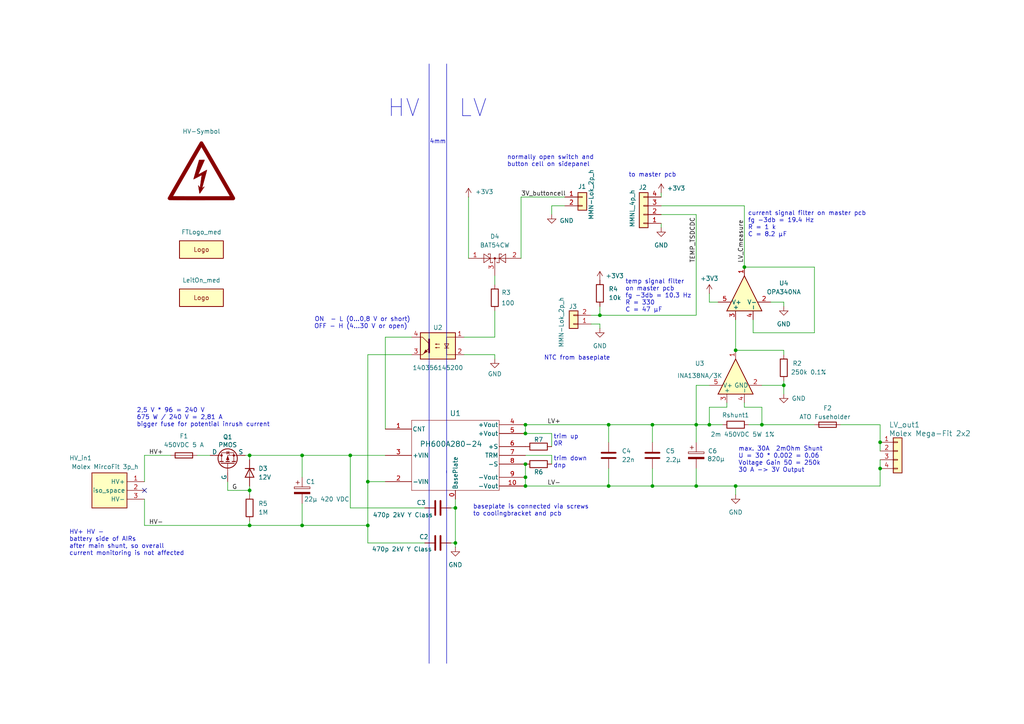
<source format=kicad_sch>
(kicad_sch (version 20231120) (generator "eeschema") (generator_version "8.0")
  (paper "A4")
  (title_block (title "TS-DCDC") (date "2024-12-12") (rev "0.5"))
  (lib_symbols
    (symbol "2024-11-18_21-41-11:PH600A280-24" (pin_names (offset 0.254))
      (property "Reference" "U1" (at 20.32 7.112 0))
      (property "Value" "PH600A280-24" (at 19.05 -1.778 0))
      (symbol "PH600A280-24_0_1"
        (polyline (pts (xy 7.62 -15.24) (xy 33.02 -15.24)) (stroke (width 0.127)))
        (polyline (pts (xy 7.62 5.08) (xy 7.62 -15.24)) (stroke (width 0.127)))
        (polyline (pts (xy 33.02 -15.24) (xy 33.02 5.08)) (stroke (width 0.127)))
        (polyline (pts (xy 33.02 5.08) (xy 7.62 5.08)) (stroke (width 0.127)))
      )
      (symbol "PH600A280-24_1_1"
        (pin passive line (at 20.32 -17.78 90) (length 2.54) (name "BasePlate") (number "0"))
        (pin input line (at 0 2.54 0) (length 7.62) (name "CNT") (number "1"))
        (pin power_out line (at 40.64 -13.97 180) (length 7.62) (name "-Vout") (number "10"))
        (pin power_in line (at 0 -12.7 0) (length 7.62) (name "-VIN") (number "2"))
        (pin power_in line (at 0 -5.08 0) (length 7.62) (name "+VIN") (number "3"))
        (pin power_out line (at 40.64 3.81 180) (length 7.62) (name "+Vout") (number "4"))
        (pin power_out line (at 40.64 1.27 180) (length 7.62) (name "+Vout") (number "5"))
        (pin input line (at 40.64 -2.54 180) (length 7.62) (name "+S") (number "6"))
        (pin input line (at 40.64 -5.08 180) (length 7.62) (name "TRM") (number "7"))
        (pin input line (at 40.64 -7.62 180) (length 7.62) (name "-S") (number "8"))
        (pin power_out line (at 40.64 -11.43 180) (length 7.62) (name "-Vout") (number "9"))
      )
    )
    (symbol "43650-0317:43650-0317"
      (property "Reference" "HV_in1" (at 10.16 -12.7 0))
      (property "Value" "43650-0317" (at 10.16 -10.16 0))
      (symbol "43650-0317_1_1"
        (rectangle (start 5.08 2.54) (end 15.24 -7.62) (stroke (width 0.254)) (fill (type background)))
        (pin power_out line (at 0 -5.08 0) (length 5.08) (name "HV+") (number "1"))
        (pin passive line (at 0 -2.54 0) (length 5.08) (name "iso_space") (number "2"))
        (pin power_out line (at 0 0 0) (length 5.08) (name "HV-") (number "3"))
      )
    )
    (symbol "Amplifier_Current:INA138" (pin_names (offset 0.127))
      (property "Reference" "U" (at 3.81 5.08 0))
      (property "Value" "INA138" (at 3.81 2.54 0))
      (symbol "INA138_0_1"
        (polyline (pts (xy -5.08 5.08) (xy 5.08 0) (xy -5.08 -5.08) (xy -5.08 5.08)) (stroke (width 0.254)) (fill (type background)))
      )
      (symbol "INA138_1_1"
        (pin output line (at 7.62 0 180) (length 2.54) (name "~") (number "1"))
        (pin power_in line (at -2.54 -7.62 90) (length 3.81) (name "GND") (number "2"))
        (pin input line (at -7.62 2.54 0) (length 2.54) (name "+") (number "3"))
        (pin input line (at -7.62 -2.54 0) (length 2.54) (name "-") (number "4"))
        (pin power_in line (at -2.54 7.62 270) (length 3.81) (name "V+") (number "5"))
      )
    )
    (symbol "Amplifier_Operational:OPA340NA" (pin_names (offset 0.127))
      (property "Reference" "U" (at -1.27 6.35 0))
      (property "Value" "OPA340NA" (at -1.27 3.81 0))
      (symbol "OPA340NA_0_1"
        (polyline (pts (xy -5.08 5.08) (xy 5.08 0) (xy -5.08 -5.08) (xy -5.08 5.08)) (stroke (width 0.254)) (fill (type background)))
        (pin power_in line (at -2.54 -7.62 90) (length 3.81) (name "V-") (number "2"))
        (pin power_in line (at -2.54 7.62 270) (length 3.81) (name "V+") (number "5"))
      )
      (symbol "OPA340NA_1_1"
        (pin output line (at 7.62 0 180) (length 2.54) (name "~") (number "1"))
        (pin input line (at -7.62 2.54 0) (length 2.54) (name "+") (number "3"))
        (pin input line (at -7.62 -2.54 0) (length 2.54) (name "-") (number "4"))
      )
    )
    (symbol "Connector_Generic:Conn_01x02" (pin_names (offset 1.016) hide)
      (property "Reference" "J" (at 0 2.54 0))
      (property "Value" "Conn_01x02" (at 0 -5.08 0))
      (symbol "Conn_01x02_1_1"
        (rectangle (start -1.27 -2.413) (end 0 -2.667) (stroke (width 0.1524)))
        (rectangle (start -1.27 0.127) (end 0 -0.127) (stroke (width 0.1524)))
        (rectangle (start -1.27 1.27) (end 1.27 -3.81) (stroke (width 0.254)) (fill (type background)))
        (pin passive line (at -5.08 0 0) (length 3.81) (name "Pin_1") (number "1"))
        (pin passive line (at -5.08 -2.54 0) (length 3.81) (name "Pin_2") (number "2"))
      )
    )
    (symbol "Connector_Generic:Conn_01x04" (pin_names (offset 1.016) hide)
      (property "Reference" "J" (at 0 5.08 0))
      (property "Value" "Conn_01x04" (at 0 -7.62 0))
      (symbol "Conn_01x04_1_1"
        (rectangle (start -1.27 -4.953) (end 0 -5.207) (stroke (width 0.1524)))
        (rectangle (start -1.27 -2.413) (end 0 -2.667) (stroke (width 0.1524)))
        (rectangle (start -1.27 0.127) (end 0 -0.127) (stroke (width 0.1524)))
        (rectangle (start -1.27 2.667) (end 0 2.413) (stroke (width 0.1524)))
        (rectangle (start -1.27 3.81) (end 1.27 -6.35) (stroke (width 0.254)) (fill (type background)))
        (pin passive line (at -5.08 2.54 0) (length 3.81) (name "Pin_1") (number "1"))
        (pin passive line (at -5.08 0 0) (length 3.81) (name "Pin_2") (number "2"))
        (pin passive line (at -5.08 -2.54 0) (length 3.81) (name "Pin_3") (number "3"))
        (pin passive line (at -5.08 -5.08 0) (length 3.81) (name "Pin_4") (number "4"))
      )
    )
    (symbol "Device:C" (pin_numbers hide) (pin_names (offset 0.254))
      (property "Reference" "C" (at 0.635 2.54 0))
      (property "Value" "C" (at 0.635 -2.54 0))
      (symbol "C_0_1"
        (polyline (pts (xy -2.032 -0.762) (xy 2.032 -0.762)) (stroke (width 0.508)))
        (polyline (pts (xy -2.032 0.762) (xy 2.032 0.762)) (stroke (width 0.508)))
      )
      (symbol "C_1_1"
        (pin passive line (at 0 3.81 270) (length 2.794) (name "~") (number "1"))
        (pin passive line (at 0 -3.81 90) (length 2.794) (name "~") (number "2"))
      )
    )
    (symbol "Device:C_Polarized" (pin_numbers hide) (pin_names (offset 0.254))
      (property "Reference" "C" (at 0.635 2.54 0))
      (property "Value" "C_Polarized" (at 0.635 -2.54 0))
      (symbol "C_Polarized_0_1"
        (rectangle (start -2.286 0.508) (end 2.286 1.016))
        (polyline (pts (xy -1.778 2.286) (xy -0.762 2.286)))
        (polyline (pts (xy -1.27 2.794) (xy -1.27 1.778)))
        (rectangle (start 2.286 -0.508) (end -2.286 -1.016) (fill (type outline)))
      )
      (symbol "C_Polarized_1_1"
        (pin passive line (at 0 3.81 270) (length 2.794) (name "~") (number "1"))
        (pin passive line (at 0 -3.81 90) (length 2.794) (name "~") (number "2"))
      )
    )
    (symbol "Device:D_Zener" (pin_numbers hide) (pin_names (offset 1.016) hide)
      (property "Reference" "D" (at 0 2.54 0))
      (property "Value" "D_Zener" (at 0 -2.54 0))
      (symbol "D_Zener_0_1"
        (polyline (pts (xy 1.27 0) (xy -1.27 0)))
        (polyline (pts (xy -1.27 -1.27) (xy -1.27 1.27) (xy -0.762 1.27)) (stroke (width 0.254)))
        (polyline (pts (xy 1.27 -1.27) (xy 1.27 1.27) (xy -1.27 0) (xy 1.27 -1.27)) (stroke (width 0.254)))
      )
      (symbol "D_Zener_1_1"
        (pin passive line (at -3.81 0 0) (length 2.54) (name "K") (number "1"))
        (pin passive line (at 3.81 0 180) (length 2.54) (name "A") (number "2"))
      )
    )
    (symbol "Device:Fuse" (pin_numbers hide) (pin_names (offset 0))
      (property "Reference" "F" (at 2.032 0 90))
      (property "Value" "Fuse" (at -1.905 0 90))
      (symbol "Fuse_0_1"
        (rectangle (start -0.762 -2.54) (end 0.762 2.54) (stroke (width 0.254)))
        (polyline (pts (xy 0 2.54) (xy 0 -2.54)))
      )
      (symbol "Fuse_1_1"
        (pin passive line (at 0 3.81 270) (length 1.27) (name "~") (number "1"))
        (pin passive line (at 0 -3.81 90) (length 1.27) (name "~") (number "2"))
      )
    )
    (symbol "Device:R" (pin_numbers hide) (pin_names (offset 0))
      (property "Reference" "R" (at 2.032 0 90))
      (property "Value" "R" (at 0 0 90))
      (symbol "R_0_1"
        (rectangle (start -1.016 -2.54) (end 1.016 2.54) (stroke (width 0.254)))
      )
      (symbol "R_1_1"
        (pin passive line (at 0 3.81 270) (length 1.27) (name "~") (number "1"))
        (pin passive line (at 0 -3.81 90) (length 1.27) (name "~") (number "2"))
      )
    )
    (symbol "Diode:BAT54CW" (pin_names (offset 1.016))
      (property "Reference" "D" (at 0.635 -3.81 0))
      (property "Value" "BAT54CW" (at -6.35 3.175 0))
      (symbol "BAT54CW_0_1"
        (polyline (pts (xy -1.905 0) (xy 1.905 0)))
        (polyline (pts (xy -1.905 1.27) (xy -1.905 1.016)))
        (polyline (pts (xy -1.27 -1.27) (xy -0.635 -1.27)))
        (polyline (pts (xy -1.27 0) (xy -3.81 0)))
        (polyline (pts (xy -1.27 1.27) (xy -1.905 1.27)))
        (polyline (pts (xy -1.27 1.27) (xy -1.27 -1.27)))
        (polyline (pts (xy -0.635 -1.27) (xy -0.635 -1.016)))
        (polyline (pts (xy 0.635 -1.27) (xy 0.635 -1.016)))
        (polyline (pts (xy 1.27 -1.27) (xy 0.635 -1.27)))
        (polyline (pts (xy 1.27 1.27) (xy 1.27 -1.27)))
        (polyline (pts (xy 1.27 1.27) (xy 1.905 1.27)))
        (polyline (pts (xy 1.905 1.27) (xy 1.905 1.016)))
        (polyline (pts (xy 3.81 0) (xy 1.27 0)))
        (polyline (pts (xy -3.175 -1.27) (xy -3.175 1.27) (xy -1.27 0) (xy -3.175 -1.27)))
        (polyline (pts (xy 3.175 -1.27) (xy 3.175 1.27) (xy 1.27 0) (xy 3.175 -1.27)))
        (circle (center 0 0) (radius 0.254) (fill (type outline)))
      )
      (symbol "BAT54CW_1_1"
        (pin passive line (at -7.62 0 0) (length 3.81) (name "~") (number "1"))
        (pin passive line (at 7.62 0 180) (length 3.81) (name "~") (number "2"))
        (pin passive line (at 0 -5.08 90) (length 5.08) (name "~") (number "3"))
      )
    )
    (symbol "FaSTTUBe_logos:FTLogo_med"
      (property "Value" "FTLogo_med" (at 0 -3.81 0))
      (symbol "FTLogo_med_0_0"
        (text "Logo" (at 0 0 0) (effects (font (size 1.27 1.27))))
      )
      (symbol "FTLogo_med_0_1"
        (rectangle (start -6.35 2.54) (end 6.35 -2.54) (stroke (width 0.254)) (fill (type background)))
      )
    )
    (symbol "FaSTTUBe_logos:HV-Symbol" (pin_names (offset 1.016))
      (property "Value" "HV-Symbol" (at 0 -10.16 0))
      (symbol "HV-Symbol_0_0"
        (polyline (pts (xy -0.4892 -6.6071) (xy -0.4759 -6.591) (xy -0.4273 -6.5255) (xy -0.3518 -6.4196) (xy -0.2542 -6.2805) (xy -0.1394 -6.1154) (xy -0.0124 -5.9317) (xy 0.1219 -5.7364) (xy 0.2585 -5.5367) (xy 0.3925 -5.34) (xy 0.5191 -5.1533) (xy 0.6332 -4.984) (xy 0.73 -4.8391) (xy 0.8045 -4.726) (xy 0.8518 -4.6518) (xy 0.8669 -4.6238) (xy 0.8391 -4.6326) (xy 0.7671 -4.6703) (xy 0.6626 -4.7309) (xy 0.537 -4.8081) (xy 0.4195 -4.881) (xy 0.3146 -4.9437) (xy 0.2421 -4.9843) (xy 0.2131 -4.9963) (xy 0.2151 -4.9851) (xy 0.2315 -4.9189) (xy 0.2631 -4.7973) (xy 0.3086 -4.6249) (xy 0.3669 -4.4065) (xy 0.4366 -4.1466) (xy 0.5165 -3.8499) (xy 0.6054 -3.521) (xy 0.702 -3.1645) (xy 0.8051 -2.7851) (xy 0.9135 -2.3873) (xy 0.9755 -2.1599) (xy 1.0812 -1.7709) (xy 1.1809 -1.4024) (xy 1.2735 -1.059) (xy 1.3576 -0.7454) (xy 1.432 -0.4663) (xy 1.4955 -0.2264) (xy 1.5468 -0.0304) (xy 1.5847 0.1171) (xy 1.6079 0.2112) (xy 1.6151 0.2474) (xy 1.6 0.2451) (xy 1.5342 0.2168) (xy 1.4215 0.1619) (xy 1.2678 0.0834) (xy 1.0788 -0.0157) (xy 0.8602 -0.1324) (xy 0.6178 -0.2637) (xy 0.3573 -0.4066) (xy 0.1726 -0.5084) (xy -0.0763 -0.6449) (xy -0.3032 -0.7687) (xy -0.5023 -0.8766) (xy -0.6678 -0.9654) (xy -0.7938 -1.0321) (xy -0.8747 -1.0735) (xy -0.9046 -1.0865) (xy -0.8996 -1.0709) (xy -0.8714 -1.0014) (xy -0.8205 -0.8806) (xy -0.7488 -0.7135) (xy -0.6586 -0.5046) (xy -0.5517 -0.2589) (xy -0.4304 0.0188) (xy -0.2967 0.3239) (xy -0.1526 0.6514) (xy -0.0003 0.9967) (xy 0.1049 1.235) (xy 0.253 1.5703) (xy 0.3921 1.8852) (xy 0.52 2.175) (xy 0.6346 2.4347) (xy 0.7337 2.6594) (xy 0.8152 2.8442) (xy 0.8769 2.9843) (xy 0.9167 3.0747) (xy 0.9323 3.1106) (xy 0.9309 3.1196) (xy 0.9051 3.1304) (xy 0.8453 3.1382) (xy 0.7454 3.1431) (xy 0.599 3.1453) (xy 0.4001 3.1453) (xy 0.1424 3.1431) (xy -0.6646 3.1344) (xy -1.4846 0.343) (xy -1.6044 -0.0656) (xy -1.7195 -0.4592) (xy -1.8277 -0.8304) (xy -1.9277 -1.1747) (xy -2.0183 -1.4878) (xy -2.0981 -1.7651) (xy -2.166 -2.0023) (xy -2.2206 -2.195) (xy -2.2606 -2.3386) (xy -2.2848 -2.4288) (xy -2.2919 -2.4611) (xy -2.286 -2.4597) (xy -2.2336 -2.4367) (xy -2.1322 -2.388) (xy -1.988 -2.3167) (xy -1.807 -2.2259) (xy -1.5954 -2.1186) (xy -1.3593 -1.998) (xy -1.1049 -1.867) (xy -0.9986 -1.8122) (xy -0.7512 -1.6851) (xy -0.5248 -1.5695) (xy -0.3256 -1.4685) (xy -0.1595 -1.3851) (xy -0.0328 -1.3225) (xy 0.0485 -1.2837) (xy 0.0782 -1.2717) (xy 0.0786 -1.2748) (xy 0.0749 -1.3248) (xy 0.063 -1.4299) (xy 0.0441 -1.5831) (xy 0.0189 -1.7774) (xy -0.0114 -2.0057) (xy -0.0458 -2.261) (xy -0.0835 -2.5363) (xy -0.1233 -2.8245) (xy -0.1644 -3.1186) (xy -0.2057 -3.4116) (xy -0.2463 -3.6965) (xy -0.2851 -3.9662) (xy -0.3212 -4.2137) (xy -0.3535 -4.432) (xy -0.3812 -4.614) (xy -0.4032 -4.7527) (xy -0.4186 -4.8411) (xy -0.4263 -4.8721) (xy -0.4486 -4.8511) (xy -0.4999 -4.7857) (xy -0.5714 -4.6867) (xy -0.6549 -4.5646) (xy -0.7311 -4.4535) (xy -0.805 -4.3514) (xy -0.8599 -4.282) (xy -0.8876 -4.2561) (xy -0.9014 -4.2806) (xy -0.8968 -4.3443) (xy -0.8924 -4.369) (xy -0.8778 -4.4566) (xy -0.8553 -4.5949) (xy -0.8262 -4.7758) (xy -0.792 -4.9906) (xy -0.7538 -5.2313) (xy -0.7132 -5.4892) (xy -0.6874 -5.6524) (xy -0.6486 -5.8965) (xy -0.6132 -6.1162) (xy -0.5826 -6.3034) (xy -0.558 -6.4502) (xy -0.5409 -6.5487) (xy -0.5324 -6.5909) (xy -0.521 -6.6112) (xy -0.4892 -6.6071)) (stroke (width 0.01)) (fill (type outline)))
        (polyline (pts (xy -0.7512 -8.4995) (xy 0.0488 -8.4991) (xy 9.3708 -8.4937) (xy 9.4936 -8.4173) (xy 9.5205 -8.3994) (xy 9.6443 -8.2757) (xy 9.7185 -8.1228) (xy 9.7386 -7.9548) (xy 9.6999 -7.7862) (xy 9.6933 -7.7735) (xy 9.6567 -7.7077) (xy 9.5896 -7.5892) (xy 9.4933 -7.4203) (xy 9.3691 -7.2031) (xy 9.2184 -6.9399) (xy 9.0425 -6.6332) (xy 8.8426 -6.285) (xy 8.6201 -5.8977) (xy 8.3763 -5.4736) (xy 8.1124 -5.015) (xy 7.8299 -4.524) (xy 7.53 -4.0031) (xy 7.2139 -3.4544) (xy 6.8831 -2.8803) (xy 6.5389 -2.283) (xy 6.1825 -1.6649) (xy 5.8152 -1.028) (xy 5.4384 -0.3749) (xy 5.0534 0.2924) (xy 4.7596 0.8012) (xy 4.2896 1.615) (xy 3.843 2.3874) (xy 3.4206 3.1175) (xy 3.0228 3.8044) (xy 2.6502 4.447) (xy 2.3033 5.0445) (xy 1.9827 5.5959) (xy 1.6889 6.1003) (xy 1.4225 6.5568) (xy 1.184 6.9643) (xy 0.9739 7.3221) (xy 0.7929 7.6291) (xy 0.6414 7.8844) (xy 0.52 8.0871) (xy 0.4293 8.2362) (xy 0.3697 8.3308) (xy 0.3419 8.37) (xy 0.2962 8.4088) (xy 0.1437 8.4869) (xy -0.0205 8.5068) (xy -0.1836 8.4683) (xy -0.3328 8.3714) (xy -0.3337 8.3705) (xy -0.3625 8.329) (xy -0.4218 8.2342) (xy -0.5102 8.0888) (xy -0.626 7.8955) (xy -0.7675 7.657) (xy -0.9334 7.3761) (xy -1.1219 7.0555) (xy -1.3314 6.698) (xy -1.5605 6.3063) (xy -1.8075 5.8832) (xy -2.0709 5.4313) (xy -2.349 4.9534) (xy -2.6402 4.4523) (xy -2.9431 3.9307) (xy -3.256 3.3913) (xy -3.5774 2.8369) (xy -3.9055 2.2702) (xy -4.239 1.6939) (xy -4.5762 1.1108) (xy -4.9154 0.5236) (xy -5.2553 -0.0649) (xy -5.594 -0.6521) (xy -5.9301 -1.2351) (xy -6.2621 -1.8112) (xy -6.5882 -2.3777) (xy -6.9069 -2.9319) (xy -7.2167 -3.471) (xy -7.516 -3.9923) (xy -7.8032 -4.493) (xy -8.0766 -4.9704) (xy -8.3348 -5.4218) (xy -8.5761 -5.8444) (xy -8.799 -6.2355) (xy -9.0019 -6.5924) (xy -9.1832 -6.9122) (xy -9.3412 -7.1924) (xy -9.4624 -7.4082) (xy -8.2772 -7.4082) (xy -8.2597 -7.3762) (xy -8.2115 -7.291) (xy -8.1342 -7.1555) (xy -8.0294 -6.9726) (xy -7.8989 -6.7452) (xy -7.7442 -6.4761) (xy -7.5671 -6.1683) (xy -7.3692 -5.8245) (xy -7.1521 -5.4478) (xy -6.9176 -5.041) (xy -6.6673 -4.6069) (xy -6.4029 -4.1484) (xy -6.1259 -3.6685) (xy -5.8382 -3.1699) (xy -5.5414 -2.6556) (xy -5.237 -2.1285) (xy -4.9268 -1.5914) (xy -4.6125 -1.0472) (xy -4.2957 -0.4988) (xy -3.9781 0.0509) (xy -3.6613 0.599) (xy -3.347 1.1428) (xy -3.0369 1.6792) (xy -2.7327 2.2054) (xy -2.4359 2.7185) (xy -2.1483 3.2157) (xy -1.8715 3.6941) (xy -1.6072 4.1507) (xy -1.357 4.5828) (xy -1.1227 4.9874) (xy -0.9058 5.3616) (xy -0.7081 5.7026) (xy -0.5312 6.0075) (xy -0.3768 6.2734) (xy -0.2465 6.4974) (xy -0.142 6.6766) (xy -0.065 6.8083) (xy -0.0171 6.8894) (xy 0 6.9171) (xy 0.0002 6.917) (xy 0.0191 6.8867) (xy 0.0688 6.803) (xy 0.1474 6.669) (xy 0.2535 6.4875) (xy 0.3853 6.2614) (xy 0.5411 5.9935) (xy 0.7192 5.6868) (xy 0.9181 5.3441) (xy 1.1361 4.9683) (xy 1.3714 4.5623) (xy 1.6225 4.129) (xy 1.8876 3.6712) (xy 2.1651 3.1917) (xy 2.4534 2.6936) (xy 2.7507 2.1797) (xy 3.0554 1.6528) (xy 3.3659 1.1159) (xy 3.6804 0.5717) (xy 3.9974 0.0233) (xy 4.3151 -0.5266) (xy 4.632 -1.0751) (xy 4.9462 -1.6192) (xy 5.2562 -2.1561) (xy 5.5603 -2.6829) (xy 5.8568 -3.1968) (xy 6.1442 -3.6948) (xy 6.4206 -4.1741) (xy 6.6844 -4.6318) (xy 6.9341 -5.065) (xy 7.1679 -5.4708) (xy 7.3841 -5.8465) (xy 7.5811 -6.189) (xy 7.7572 -6.4955) (xy 7.9109 -6.7631) (xy 8.0403 -6.989) (xy 8.1438 -7.1703) (xy 8.2198 -7.304) (xy 8.2667 -7.3874) (xy 8.2827 -7.4175) (xy 8.2727 -7.4185) (xy 8.2056 -7.4203) (xy 8.0779 -7.422) (xy 7.8921 -7.4237) (xy 7.6511 -7.4253) (xy 7.3575 -7.4269) (xy 7.0141 -7.4284) (xy 6.6236 -7.4298) (xy 6.1887 -7.4311) (xy 5.7121 -7.4324) (xy 5.1966 -7.4335) (xy 4.6448 -7.4345) (xy 4.0596 -7.4354) (xy 3.4436 -7.4362) (xy 2.7996 -7.4369) (xy 2.1302 -7.4374) (xy 1.4382 -7.4378) (xy 0.7264 -7.438) (xy -0.0027 -7.4381) (xy -0.309 -7.4381) (xy -1.147 -7.4379) (xy -1.9474 -7.4374) (xy -2.7085 -7.4368) (xy -3.4285 -7.4359) (xy -4.1058 -7.4349) (xy -4.7386 -7.4336) (xy -5.3253 -7.4322) (xy -5.8641 -7.4305) (xy -6.3533 -7.4287) (xy -6.7913 -7.4267) (xy -7.1762 -7.4245) (xy -7.5064 -7.4222) (xy -7.7802 -7.4197) (xy -7.9959 -7.417) (xy -8.1518 -7.4142) (xy -8.2461 -7.4113) (xy -8.2772 -7.4082) (xy -9.4624 -7.4082) (xy -9.4746 -7.43) (xy -9.5816 -7.6225) (xy -9.6606 -7.7671) (xy -9.7102 -7.8609) (xy -9.7287 -7.9014) (xy -9.7289 -7.9026) (xy -9.7335 -8.0172) (xy -9.7143 -8.1285) (xy -9.6792 -8.2033) (xy -9.5907 -8.3193) (xy -9.4796 -8.4176) (xy -9.3676 -8.4762) (xy -9.3591 -8.4772) (xy -9.2932 -8.4796) (xy -9.1659 -8.4819) (xy -8.9795 -8.484) (xy -8.7364 -8.4861) (xy -8.4391 -8.488) (xy -8.09 -8.4898) (xy -7.6916 -8.4915) (xy -7.2463 -8.493) (xy -6.7565 -8.4944) (xy -6.2247 -8.4957) (xy -5.6534 -8.4968) (xy -5.045 -8.4977) (xy -4.4018 -8.4984) (xy -3.7264 -8.499) (xy -3.0212 -8.4994) (xy -2.2887 -8.4997) (xy -1.5312 -8.4997) (xy -0.7512 -8.4995)) (stroke (width 0.01)) (fill (type outline)))
      )
    )
    (symbol "FaSTTUBe_logos:LeitOn_med"
      (property "Value" "LeitOn_med" (at 0 -3.81 0))
      (symbol "LeitOn_med_0_0"
        (text "Logo" (at 0 0 0) (effects (font (size 1.27 1.27))))
      )
      (symbol "LeitOn_med_0_1"
        (rectangle (start -6.35 2.54) (end 6.35 -2.54) (stroke (width 0.254)) (fill (type background)))
      )
    )
    (symbol "Relay_SolidState:34.81-7048"
      (property "Reference" "U2" (at 0 5.334 0))
      (property "Value" "140356145200" (at 0 -6.35 0))
      (symbol "34.81-7048_0_1"
        (rectangle (start -5.08 3.81) (end 5.08 -3.81) (stroke (width 0.254)) (fill (type background)))
        (polyline (pts (xy -3.175 -0.635) (xy -1.905 -0.635)))
        (polyline (pts (xy 2.54 1.905) (xy 2.54 -1.905) (xy 2.54 -1.905)) (stroke (width 0.508)))
        (polyline (pts (xy -5.08 2.54) (xy -2.54 2.54) (xy -2.54 -2.54) (xy -5.08 -2.54)))
        (polyline (pts (xy -2.54 -0.635) (xy -3.175 0.635) (xy -1.905 0.635) (xy -2.54 -0.635)))
        (polyline (pts (xy -0.508 -0.508) (xy 0.762 -0.508) (xy 0.381 -0.635) (xy 0.381 -0.381) (xy 0.762 -0.508)))
        (polyline (pts (xy -0.508 0.508) (xy 0.762 0.508) (xy 0.381 0.381) (xy 0.381 0.635) (xy 0.762 0.508)))
        (polyline (pts (xy 3.048 -1.651) (xy 3.556 -1.143) (xy 4.064 -2.159) (xy 3.048 -1.651) (xy 3.048 -1.651)) (fill (type outline)))
        (polyline (pts (xy 5.08 2.54) (xy 4.445 2.54) (xy 2.54 0.635) (xy 2.54 -0.635) (xy 4.445 -2.54) (xy 5.08 -2.54)))
      )
      (symbol "34.81-7048_1_1"
        (pin passive line (at -7.62 2.54 0) (length 2.54) (name "") (number "1"))
        (pin passive line (at -7.62 -2.54 0) (length 2.54) (name "~") (number "2"))
        (pin passive line (at 7.62 -2.54 180) (length 2.54) (name "~") (number "3"))
        (pin passive line (at 7.62 2.54 180) (length 2.54) (name "~") (number "4"))
      )
    )
    (symbol "Simulation_SPICE:PMOS" (pin_numbers hide) (pin_names (offset 0))
      (property "Reference" "Q" (at 5.08 1.27 0))
      (property "Value" "PMOS" (at 5.08 -1.27 0))
      (symbol "PMOS_0_1"
        (polyline (pts (xy 0.254 0) (xy -2.54 0)))
        (polyline (pts (xy 0.254 1.905) (xy 0.254 -1.905)) (stroke (width 0.254)))
        (polyline (pts (xy 0.762 -1.27) (xy 0.762 -2.286)) (stroke (width 0.254)))
        (polyline (pts (xy 0.762 0.508) (xy 0.762 -0.508)) (stroke (width 0.254)))
        (polyline (pts (xy 0.762 2.286) (xy 0.762 1.27)) (stroke (width 0.254)))
        (polyline (pts (xy 2.54 2.54) (xy 2.54 1.778)))
        (polyline (pts (xy 2.54 -2.54) (xy 2.54 0) (xy 0.762 0)))
        (polyline (pts (xy 0.762 1.778) (xy 3.302 1.778) (xy 3.302 -1.778) (xy 0.762 -1.778)))
        (polyline (pts (xy 2.286 0) (xy 1.27 0.381) (xy 1.27 -0.381) (xy 2.286 0)) (fill (type outline)))
        (polyline (pts (xy 2.794 -0.508) (xy 2.921 -0.381) (xy 3.683 -0.381) (xy 3.81 -0.254)))
        (polyline (pts (xy 3.302 -0.381) (xy 2.921 0.254) (xy 3.683 0.254) (xy 3.302 -0.381)))
        (circle (center 1.651 0) (radius 2.794) (stroke (width 0.254)))
        (circle (center 2.54 -1.778) (radius 0.254) (fill (type outline)))
        (circle (center 2.54 1.778) (radius 0.254) (fill (type outline)))
      )
      (symbol "PMOS_1_1"
        (pin passive line (at 2.54 5.08 270) (length 2.54) (name "D") (number "1"))
        (pin input line (at -5.08 0 0) (length 2.54) (name "G") (number "2"))
        (pin passive line (at 2.54 -5.08 90) (length 2.54) (name "S") (number "3"))
      )
    )
    (symbol "power:+3V3" (power) (pin_numbers hide) (pin_names (offset 0) hide)
      (property "Value" "+3V3" (at 0 3.556 0))
      (symbol "+3V3_0_1"
        (polyline (pts (xy -0.762 1.27) (xy 0 2.54)))
        (polyline (pts (xy 0 0) (xy 0 2.54)))
        (polyline (pts (xy 0 2.54) (xy 0.762 1.27)))
      )
      (symbol "+3V3_1_1"
        (pin power_in line (at 0 0 90) (length 0) (name "~") (number "1"))
      )
    )
    (symbol "power:GND" (power) (pin_numbers hide) (pin_names (offset 0) hide)
      (property "Value" "GND" (at 0 -3.81 0))
      (symbol "GND_0_1"
        (polyline (pts (xy 0 0) (xy 0 -1.27) (xy 1.27 -1.27) (xy 0 -2.54) (xy -1.27 -1.27) (xy 0 -1.27)))
      )
      (symbol "GND_1_1"
        (pin power_in line (at 0 0 270) (length 0) (name "~") (number "1"))
      )
    )
  )
  (junction (at 213.36 140.97))
  (junction (at 189.23 140.97))
  (junction (at 201.93 140.97))
  (junction (at 106.68 139.7))
  (junction (at 87.63 152.4))
  (junction (at 152.4 134.62))
  (junction (at 189.23 123.19))
  (junction (at 152.4 125.73))
  (junction (at 176.53 123.19))
  (junction (at 152.4 138.43))
  (junction (at 213.36 101.6))
  (junction (at 152.4 123.19))
  (junction (at 132.08 157.48))
  (junction (at 106.68 152.4))
  (junction (at 152.4 140.97))
  (junction (at 72.39 132.08))
  (junction (at 72.39 142.24))
  (junction (at 205.74 123.19))
  (junction (at 201.93 123.19))
  (junction (at 176.53 140.97))
  (junction (at 255.27 135.89))
  (junction (at 72.39 152.4))
  (junction (at 173.99 91.44))
  (junction (at 220.98 123.19))
  (junction (at 255.27 128.27))
  (junction (at 132.08 147.32))
  (junction (at 215.9 77.47))
  (junction (at 101.6 132.08))
  (junction (at 227.33 111.76))
  (junction (at 87.63 132.08))
  (no_connect (at 41.91 142.24))
  (wire (pts (xy 213.36 140.97) (xy 213.36 143.51)))
  (wire (pts (xy 160.02 125.73) (xy 152.4 125.73)))
  (wire (pts (xy 151.13 57.15) (xy 151.13 74.93)))
  (wire (pts (xy 191.77 59.69) (xy 215.9 59.69)))
  (wire (pts (xy 41.91 152.4) (xy 41.91 144.78)))
  (wire (pts (xy 176.53 123.19) (xy 176.53 128.27)))
  (wire (pts (xy 176.53 135.89) (xy 176.53 140.97)))
  (wire (pts (xy 111.76 97.79) (xy 111.76 124.46)))
  (wire (pts (xy 160.02 59.69) (xy 160.02 62.23)))
  (wire (pts (xy 201.93 123.19) (xy 205.74 123.19)))
  (wire (pts (xy 201.93 111.76) (xy 205.74 111.76)))
  (wire (pts (xy 106.68 139.7) (xy 111.76 139.7)))
  (wire (pts (xy 151.13 57.15) (xy 163.83 57.15)))
  (wire (pts (xy 132.08 157.48) (xy 130.81 157.48)))
  (wire (pts (xy 106.68 139.7) (xy 106.68 152.4)))
  (wire (pts (xy 201.93 62.23) (xy 201.93 91.44)))
  (wire (pts (xy 173.99 93.98) (xy 171.45 93.98)))
  (wire (pts (xy 143.51 80.01) (xy 143.51 82.55)))
  (wire (pts (xy 205.74 123.19) (xy 209.55 123.19)))
  (wire (pts (xy 134.62 102.87) (xy 143.51 102.87)))
  (wire (pts (xy 134.62 97.79) (xy 143.51 97.79)))
  (wire (pts (xy 201.93 111.76) (xy 201.93 123.19)))
  (wire (pts (xy 210.82 116.84) (xy 210.82 118.11)))
  (wire (pts (xy 210.82 118.11) (xy 205.74 118.11)))
  (wire (pts (xy 135.89 57.15) (xy 135.89 74.93)))
  (wire (pts (xy 218.44 96.52) (xy 236.22 96.52)))
  (wire (pts (xy 243.84 123.19) (xy 255.27 123.19)))
  (wire (pts (xy 227.33 111.76) (xy 227.33 114.3)))
  (wire (pts (xy 152.4 123.19) (xy 176.53 123.19)))
  (polyline (pts (xy 124.46 18.542) (xy 124.46 192.405)))
  (wire (pts (xy 160.02 132.08) (xy 160.02 134.62)))
  (wire (pts (xy 208.28 87.63) (xy 205.74 87.63)))
  (wire (pts (xy 191.77 66.04) (xy 191.77 64.77)))
  (wire (pts (xy 152.4 138.43) (xy 152.4 134.62)))
  (wire (pts (xy 41.91 152.4) (xy 72.39 152.4)))
  (wire (pts (xy 132.08 147.32) (xy 132.08 157.48)))
  (wire (pts (xy 220.98 118.11) (xy 220.98 123.19)))
  (wire (pts (xy 255.27 128.27) (xy 255.27 130.81)))
  (wire (pts (xy 227.33 88.9) (xy 227.33 87.63)))
  (wire (pts (xy 71.12 132.08) (xy 72.39 132.08)))
  (wire (pts (xy 72.39 133.35) (xy 72.39 132.08)))
  (wire (pts (xy 72.39 143.51) (xy 72.39 142.24)))
  (wire (pts (xy 66.04 139.7) (xy 66.04 142.24)))
  (wire (pts (xy 106.68 152.4) (xy 106.68 157.48)))
  (wire (pts (xy 189.23 140.97) (xy 201.93 140.97)))
  (wire (pts (xy 213.36 92.71) (xy 213.36 101.6)))
  (wire (pts (xy 213.36 140.97) (xy 255.27 140.97)))
  (wire (pts (xy 173.99 88.9) (xy 173.99 91.44)))
  (wire (pts (xy 72.39 152.4) (xy 87.63 152.4)))
  (wire (pts (xy 173.99 91.44) (xy 201.93 91.44)))
  (wire (pts (xy 189.23 123.19) (xy 189.23 128.27)))
  (wire (pts (xy 220.98 111.76) (xy 227.33 111.76)))
  (wire (pts (xy 189.23 135.89) (xy 189.23 140.97)))
  (wire (pts (xy 201.93 135.89) (xy 201.93 140.97)))
  (wire (pts (xy 220.98 118.11) (xy 215.9 118.11)))
  (wire (pts (xy 87.63 152.4) (xy 106.68 152.4)))
  (wire (pts (xy 106.68 102.87) (xy 119.38 102.87)))
  (wire (pts (xy 87.63 132.08) (xy 101.6 132.08)))
  (wire (pts (xy 132.08 144.78) (xy 132.08 147.32)))
  (polyline (pts (xy 129.54 136.525) (xy 129.54 192.405)))
  (wire (pts (xy 152.4 123.19) (xy 152.4 125.73)))
  (wire (pts (xy 87.63 132.08) (xy 87.63 138.43)))
  (wire (pts (xy 191.77 57.15) (xy 191.77 55.88)))
  (wire (pts (xy 236.22 77.47) (xy 215.9 77.47)))
  (wire (pts (xy 72.39 142.24) (xy 72.39 140.97)))
  (wire (pts (xy 205.74 118.11) (xy 205.74 123.19)))
  (wire (pts (xy 101.6 132.08) (xy 111.76 132.08)))
  (wire (pts (xy 106.68 102.87) (xy 106.68 139.7)))
  (wire (pts (xy 236.22 96.52) (xy 236.22 77.47)))
  (wire (pts (xy 60.96 132.08) (xy 57.15 132.08)))
  (wire (pts (xy 72.39 132.08) (xy 87.63 132.08)))
  (wire (pts (xy 163.83 59.69) (xy 160.02 59.69)))
  (wire (pts (xy 152.4 132.08) (xy 160.02 132.08)))
  (wire (pts (xy 176.53 123.19) (xy 189.23 123.19)))
  (wire (pts (xy 227.33 87.63) (xy 223.52 87.63)))
  (wire (pts (xy 173.99 91.44) (xy 171.45 91.44)))
  (wire (pts (xy 72.39 151.13) (xy 72.39 152.4)))
  (wire (pts (xy 201.93 140.97) (xy 213.36 140.97)))
  (wire (pts (xy 217.17 123.19) (xy 220.98 123.19)))
  (wire (pts (xy 215.9 59.69) (xy 215.9 77.47)))
  (wire (pts (xy 152.4 140.97) (xy 176.53 140.97)))
  (polyline (pts (xy 129.54 18.542) (xy 129.54 137.16)))
  (wire (pts (xy 123.19 147.32) (xy 101.6 147.32)))
  (wire (pts (xy 152.4 140.97) (xy 152.4 138.43)))
  (wire (pts (xy 255.27 133.35) (xy 255.27 135.89)))
  (wire (pts (xy 66.04 142.24) (xy 72.39 142.24)))
  (wire (pts (xy 176.53 140.97) (xy 189.23 140.97)))
  (wire (pts (xy 173.99 93.98) (xy 173.99 95.25)))
  (wire (pts (xy 215.9 118.11) (xy 215.9 116.84)))
  (wire (pts (xy 255.27 135.89) (xy 255.27 140.97)))
  (wire (pts (xy 189.23 123.19) (xy 201.93 123.19)))
  (wire (pts (xy 143.51 97.79) (xy 143.51 90.17)))
  (wire (pts (xy 132.08 147.32) (xy 130.81 147.32)))
  (wire (pts (xy 132.08 158.75) (xy 132.08 157.48)))
  (wire (pts (xy 101.6 147.32) (xy 101.6 132.08)))
  (wire (pts (xy 106.68 157.48) (xy 123.19 157.48)))
  (wire (pts (xy 111.76 97.79) (xy 119.38 97.79)))
  (wire (pts (xy 227.33 101.6) (xy 227.33 102.87)))
  (wire (pts (xy 220.98 123.19) (xy 236.22 123.19)))
  (wire (pts (xy 41.91 132.08) (xy 49.53 132.08)))
  (wire (pts (xy 213.36 101.6) (xy 227.33 101.6)))
  (wire (pts (xy 205.74 87.63) (xy 205.74 85.09)))
  (wire (pts (xy 41.91 132.08) (xy 41.91 139.7)))
  (wire (pts (xy 255.27 123.19) (xy 255.27 128.27)))
  (wire (pts (xy 227.33 110.49) (xy 227.33 111.76)))
  (wire (pts (xy 201.93 62.23) (xy 191.77 62.23)))
  (wire (pts (xy 218.44 96.52) (xy 218.44 92.71)))
  (wire (pts (xy 87.63 152.4) (xy 87.63 146.05)))
  (wire (pts (xy 143.51 102.87) (xy 143.51 104.14)))
  (wire (pts (xy 160.02 129.54) (xy 160.02 125.73)))
  (wire (pts (xy 201.93 123.19) (xy 201.93 128.27)))
  (text "trim down\ndnp" (at 160.528 134.112 0) (effects (font (size 1.27 1.27)) (justify left)))
  (text " ON  - L (0...0,8 V or short)\nOFF - H (4...30 V or open)" (at 104.648 93.726 0) (effects (font (size 1.27 1.27))))
  (text "max. 30A  2mOhm Shunt \nU = 30 * 0.002 = 0.06\nVoltage Gain 50 = 250k\n30 A -> 3V Output\n" (at 214.122 133.35 0) (effects (font (size 1.27 1.27)) (justify left)))
  (text "trim up\n0R" (at 160.528 127.762 0) (effects (font (size 1.27 1.27)) (justify left)))
  (text "2,5 V * 96 = 240 V\n675 W / 240 V = 2,81 A\nbigger fuse for potential inrush current\n\n" (at 39.624 122.174 0) (effects (font (size 1.27 1.27)) (justify left)))
  (text "current signal filter on master pcb\nfg -3db = 19.4 Hz\nR = 1 k\nC = 8.2 µF\n" (at 216.916 65.024 0) (effects (font (size 1.27 1.27)) (justify left)))
  (text "LV" (at 137.16 31.496 0) (effects (font (size 5 5))))
  (text "4mm" (at 127 41.148 0) (effects (font (size 1.27 1.27))))
  (text "normally open switch and\nbutton cell on sidepanel\n " (at 147.066 44.958 0) (effects (font (size 1.27 1.27)) (justify left top)))
  (text "NTC from baseplate" (at 167.386 103.886 0) (effects (font (size 1.27 1.27))))
  (text "HV" (at 117.094 31.496 0) (effects (font (size 5 5))))
  (text "HV+ HV -\nbattery side of AIRs\nafter main shunt, so overall \ncurrent monitoring is not affected" (at 20.066 157.48 0) (effects (font (size 1.27 1.27)) (justify left)))
  (text "to master pcb" (at 189.23 50.8 0) (effects (font (size 1.27 1.27))))
  (text "baseplate is connected via screws\nto coolingbracket and pcb\n" (at 137.16 148.082 0) (effects (font (size 1.27 1.27)) (justify left)))
  (text "temp signal filter \non master pcb\nfg -3db = 10.3 Hz\nR = 330\nC = 47 µF" (at 181.356 85.852 0) (effects (font (size 1.27 1.27)) (justify left)))
  (label "LV+" (at 158.75 123.19 0))
  (label "LV-" (at 158.75 140.97 0))
  (label "TEMP_TSDCDC" (at 201.93 76.2 90))
  (label "G" (at 67.31 142.24 0))
  (label "LV_Cmeasure" (at 215.9 76.2 90))
  (label "3V_buttoncell" (at 151.13 57.15 0))
  (label "HV+" (at 43.18 132.08 0))
  (label "HV-" (at 43.18 152.4 0))
  (symbol (lib_id "Device:C") (at 176.53 132.08 0) (unit 1)
    (property "Reference" "C4" (at 180.34 130.8099 0) (effects (justify left)))
    (property "Value" "22n" (at 180.34 133.3499 0) (effects (justify left)))
    (property "Footprint" "Capacitor_SMD:C_1206_3216Metric" (effects (hide yes)))
    (property "Description" "Unpolarized capacitor" (effects (hide yes)))
  )
  (symbol (lib_id "Device:R") (at 72.39 147.32 0) (unit 1)
    (property "Reference" "R5" (at 74.93 146.0499 0) (effects (justify left)))
    (property "Value" "1M" (at 74.93 148.5899 0) (effects (justify left)))
    (property "Footprint" "Resistor_SMD:R_0603_1608Metric" (effects (hide yes)))
    (property "Description" "Resistor" (effects (hide yes)))
  )
  (symbol (lib_id "Connector_Generic:Conn_01x04") (at 186.69 62.23 180) (unit 1)
    (property "Reference" "J2" (at 186.436 54.356 0))
    (property "Value" "MMNL_4p_h" (at 183.388 60.452 90))
    (property "Footprint" "FaSTTUBe_connectors:Micro_Mate-N-Lok_4p_horizontal" (effects (hide yes)))
    (property "Description" "Generic connector, single row, 01x04, script generated (kicad-library-utils/schlib/autogen/connector/)" (effects (hide yes)))
  )
  (symbol (lib_id "power:GND") (at 213.36 143.51 0) (unit 1)
    (property "Reference" "#PWR01" (effects (hide yes)))
    (property "Value" "GND" (at 213.36 148.59 0))
    (property "Description" "Power symbol creates a global label with name \"GND\" , ground" (effects (hide yes)))
  )
  (symbol (lib_id "Device:D_Zener") (at 72.39 137.16 270) (unit 1)
    (property "Reference" "D3" (at 74.93 135.8899 90) (effects (justify left)))
    (property "Value" "12V" (at 74.93 138.4299 90) (effects (justify left)))
    (property "Footprint" "Diode_SMD:D_SOD-323" (effects (hide yes)))
    (property "Datasheet" "https://assets.nexperia.com/documents/data-sheet/PDZ-B_SER.pdf" (effects (hide yes)))
    (property "Description" "Zener diode" (effects (hide yes)))
  )
  (symbol (lib_id "power:+3V3") (at 191.77 55.88 0) (mirror y) (unit 1)
    (property "Reference" "#PWR05" (effects (hide yes)))
    (property "Value" "+3V3" (at 196.088 54.61 0))
    (property "Description" "Power symbol creates a global label with name \"+3V3\"" (effects (hide yes)))
  )
  (symbol (lib_id "Amplifier_Operational:OPA340NA") (at 215.9 85.09 90) (unit 1)
    (property "Reference" "U4" (at 227.33 82.1338 90))
    (property "Value" "OPA340NA" (at 227.33 84.6738 90))
    (property "Footprint" "Package_TO_SOT_SMD:SOT-23-5" (effects (hide yes)))
    (property "Datasheet" "http://www.ti.com/lit/ds/symlink/opa340.pdf" (effects (hide yes)))
    (property "Description" "Single Single-Supply, Rail-to-Rail Operational Amplifier, MicroAmplifier Series, SOT-23-5" (effects (hide yes)))
  )
  (symbol (lib_id "Device:C_Polarized") (at 87.63 142.24 0) (unit 1)
    (property "Reference" "C1" (at 91.44 139.7 0) (effects (justify right)))
    (property "Value" "22µ 420 VDC" (at 101.346 144.78 0) (effects (justify right)))
    (property "Footprint" "footprints:CAPPRD500W60D1275H2200" (effects (hide yes)))
    (property "Datasheet" "https://www.mouser.de/datasheet/2/293/e_ucy-3082387.pdf" (effects (hide yes)))
    (property "Description" "Polarized capacitor" (effects (hide yes)))
  )
  (symbol (lib_id "Device:C") (at 127 157.48 90) (unit 1)
    (property "Reference" "C2" (at 122.936 155.702 90))
    (property "Value" "470p 2kV Y Class" (at 116.586 159.258 90))
    (property "Footprint" "footprints:VY1471M29Y5UC63V0" (effects (hide yes)))
    (property "Datasheet" "https://www.vishay.com/docs/28537/vy1series.pdf" (effects (hide yes)))
    (property "Description" "Unpolarized capacitor" (effects (hide yes)))
  )
  (symbol (lib_id "2024-11-18_21-41-11:PH600A280-24") (at 111.76 127 0) (unit 1)
    (property "Reference" "U1" (at 132.08 119.888 0) (effects (font (size 1.524 1.524))))
    (property "Value" "PH600A280-24" (at 130.81 128.778 0) (effects (font (size 1.524 1.524))))
    (property "Footprint" "footprints:PH300A_thru_PH600A_TDK" (effects (hide yes)))
    (property "Datasheet" "PH600A280-24" (effects (hide yes)))
  )
  (symbol (lib_id "Device:R") (at 156.21 134.62 90) (unit 1)
    (property "Reference" "R6" (at 156.21 136.906 90))
    (property "Value" "R" (effects (hide yes)))
    (property "Footprint" "Resistor_SMD:R_0603_1608Metric" (effects (hide yes)))
    (property "Description" "Resistor" (effects (hide yes)))
  )
  (symbol (lib_id "power:+3V3") (at 173.99 81.28 0) (mirror y) (unit 1)
    (property "Reference" "#PWR08" (effects (hide yes)))
    (property "Value" "+3V3" (at 178.308 80.01 0))
    (property "Description" "Power symbol creates a global label with name \"+3V3\"" (effects (hide yes)))
  )
  (symbol (lib_id "FaSTTUBe_logos:HV-Symbol") (at 58.42 49.53 0) (unit 1)
    (property "Reference" "#Logo2" (effects (hide yes)))
    (property "Value" "HV-Symbol" (at 58.4225 38.1 0))
    (property "Footprint" "FaSTTUBe_logos:HV-Warning" (effects (hide yes)))
  )
  (symbol (lib_id "power:GND") (at 227.33 114.3 0) (unit 1)
    (property "Reference" "#PWR02" (effects (hide yes)))
    (property "Value" "GND" (at 231.648 115.57 0))
    (property "Description" "Power symbol creates a global label with name \"GND\" , ground" (effects (hide yes)))
  )
  (symbol (lib_id "FaSTTUBe_logos:LeitOn_med") (at 58.42 86.36 0) (unit 1)
    (property "Reference" "#Logo3" (effects (hide yes)))
    (property "Value" "LeitOn_med" (at 58.42 81.28 0))
    (property "Footprint" "FaSTTUBe_logos:LeitOn_medium" (effects (hide yes)))
  )
  (symbol (lib_id "Device:Fuse") (at 53.34 132.08 90) (unit 1)
    (property "Reference" "F1" (at 53.34 126.492 90))
    (property "Value" "450VDC 5 A" (at 53.34 129.032 90))
    (property "Footprint" "footprints:0ACG5000TE" (effects (hide yes)))
    (property "Datasheet" "https://www.mouser.de/datasheet/2/643/ds_CP_0ACG_series-2000946.pdf" (effects (hide yes)))
    (property "Description" "Fuse" (effects (hide yes)))
  )
  (symbol (lib_id "power:GND") (at 132.08 158.75 0) (unit 1)
    (property "Reference" "#PWR010" (effects (hide yes)))
    (property "Value" "GND" (at 132.08 163.83 0))
    (property "Description" "Power symbol creates a global label with name \"GND\" , ground" (effects (hide yes)))
  )
  (symbol (lib_id "Relay_SolidState:34.81-7048") (at 127 100.33 0) (mirror y) (unit 1)
    (property "Reference" "U2" (at 127 94.996 0))
    (property "Value" "140356145200" (at 127 106.68 0))
    (property "Footprint" "footprints:SOP254P700X210-4N" (effects (hide yes)))
    (property "Datasheet" "https://www.we-online.com/components/products/datasheet/140356145200.pdf" (effects (hide yes)))
    (property "Description" "Ultra-Slim Solid-State Relay, 0.1A, 48V DC output switching" (effects (hide yes)))
  )
  (symbol (lib_id "Device:C_Polarized") (at 201.93 132.08 0) (unit 1)
    (property "Reference" "C6" (at 208.026 130.81 0) (effects (justify right)))
    (property "Value" "820µ" (at 210.312 133.096 0) (effects (justify right)))
    (property "Footprint" "Capacitor_THT:CP_Radial_D16.0mm_P7.50mm" (effects (hide yes)))
    (property "Datasheet" "https://www.mouser.de/datasheet/2/420/7964717934d9b174c3ba48-1210810.pdf" (effects (hide yes)))
    (property "Description" "Polarized capacitor" (effects (hide yes)))
  )
  (symbol (lib_id "Connector_Generic:Conn_01x04") (at 260.35 130.81 0) (unit 1)
    (property "Reference" "LV_out1" (at 257.81 123.19 0) (effects (font (size 1.524 1.524)) (justify left)))
    (property "Value" "Molex Mega-Fit 2x2" (at 257.81 125.73 0) (effects (font (size 1.524 1.524)) (justify left)))
    (property "Footprint" "footprints:CONN_SD-76825-0100_04_MOL" (effects (hide yes)))
    (property "Description" "Generic connector, single row, 01x04, script generated (kicad-library-utils/schlib/autogen/connector/)" (effects (hide yes)))
  )
  (symbol (lib_id "power:+3V3") (at 135.89 57.15 0) (unit 1)
    (property "Reference" "#PWR09" (effects (hide yes)))
    (property "Value" "+3V3" (at 140.462 55.626 0))
    (property "Description" "Power symbol creates a global label with name \"+3V3\"" (effects (hide yes)))
  )
  (symbol (lib_id "power:GND") (at 173.99 95.25 0) (unit 1)
    (property "Reference" "#PWR06" (effects (hide yes)))
    (property "Value" "GND" (at 173.99 100.33 0))
    (property "Description" "Power symbol creates a global label with name \"GND\" , ground" (effects (hide yes)))
  )
  (symbol (lib_id "Device:R") (at 173.99 85.09 0) (unit 1)
    (property "Reference" "R4" (at 176.53 83.8199 0) (effects (justify left)))
    (property "Value" "10k" (at 176.53 86.3599 0) (effects (justify left)))
    (property "Footprint" "Resistor_SMD:R_0603_1608Metric" (effects (hide yes)))
    (property "Description" "Resistor" (effects (hide yes)))
  )
  (symbol (lib_id "Device:Fuse") (at 240.03 123.19 90) (unit 1)
    (property "Reference" "F2" (at 240.03 118.364 90))
    (property "Value" "ATO Fuseholder" (at 239.268 120.904 90))
    (property "Footprint" "footprints:01000066Z" (effects (hide yes)))
    (property "Description" "Fuse" (effects (hide yes)))
  )
  (symbol (lib_id "Device:R") (at 213.36 123.19 90) (unit 1)
    (property "Reference" "Rshunt1" (at 213.36 120.396 90))
    (property "Value" "2m 450VDC 5W 1%" (at 215.392 125.984 90))
    (property "Footprint" "Resistor_SMD:R_2512_6332Metric" (effects (hide yes)))
    (property "Datasheet" "https://www.mouser.de/datasheet/2/54/css2h_2512-1862180.pdf" (effects (hide yes)))
    (property "Description" "Resistor" (effects (hide yes)))
  )
  (symbol (lib_id "Diode:BAT54CW") (at 143.51 74.93 0) (unit 1)
    (property "Reference" "D4" (at 143.51 68.58 0))
    (property "Value" "BAT54CW" (at 143.51 71.12 0))
    (property "Footprint" "Package_TO_SOT_SMD:SOT-323_SC-70" (effects (hide yes)))
    (property "Datasheet" "https://assets.nexperia.com/documents/data-sheet/BAT54W_SER.pdf" (effects (hide yes)))
    (property "Description" "Dual schottky barrier diode, common cathode, SOT-323" (effects (hide yes)))
  )
  (symbol (lib_id "Device:C") (at 127 147.32 270) (unit 1)
    (property "Reference" "C3" (at 122.174 145.796 90))
    (property "Value" "470p 2kV Y Class" (at 116.84 149.352 90))
    (property "Footprint" "footprints:VY1471M29Y5UC63V0" (effects (hide yes)))
    (property "Datasheet" "https://www.vishay.com/docs/28537/vy1series.pdf" (effects (hide yes)))
    (property "Description" "Unpolarized capacitor" (effects (hide yes)))
  )
  (symbol (lib_id "Device:R") (at 227.33 106.68 0) (unit 1)
    (property "Reference" "R2" (at 229.87 105.4099 0) (effects (justify left)))
    (property "Value" "250k 0.1%" (at 229.362 107.95 0) (effects (justify left)))
    (property "Footprint" "Resistor_SMD:R_0805_2012Metric" (effects (hide yes)))
    (property "Datasheet" "https://www.mouser.de/datasheet/2/385/SEI_RNCF-3077647.pdf" (effects (hide yes)))
    (property "Description" "Resistor" (effects (hide yes)))
  )
  (symbol (lib_id "FaSTTUBe_logos:FTLogo_med") (at 58.42 72.39 0) (unit 1)
    (property "Reference" "#Logo1" (effects (hide yes)))
    (property "Value" "FTLogo_med" (at 58.42 67.31 0))
    (property "Footprint" "FaSTTUBe_logos:FTLogo_medium" (effects (hide yes)))
  )
  (symbol (lib_id "power:GND") (at 227.33 88.9 0) (unit 1)
    (property "Reference" "#PWR011" (effects (hide yes)))
    (property "Value" "GND" (at 227.33 93.98 0))
    (property "Description" "Power symbol creates a global label with name \"GND\" , ground" (effects (hide yes)))
  )
  (symbol (lib_id "power:+3V3") (at 205.74 85.09 0) (mirror y) (unit 1)
    (property "Reference" "#PWR012" (effects (hide yes)))
    (property "Value" "+3V3" (at 205.74 80.772 0))
    (property "Description" "Power symbol creates a global label with name \"+3V3\"" (effects (hide yes)))
  )
  (symbol (lib_id "Connector_Generic:Conn_01x02") (at 166.37 93.98 180) (unit 1)
    (property "Reference" "J3" (at 167.386 88.9 0) (effects (justify left)))
    (property "Value" "MMN-Lok_2p_h" (at 162.814 86.106 90) (effects (justify left)))
    (property "Footprint" "FaSTTUBe_connectors:Micro_Mate-N-Lok_2p_horizontal" (effects (hide yes)))
    (property "Description" "Generic connector, single row, 01x02, script generated (kicad-library-utils/schlib/autogen/connector/)" (effects (hide yes)))
  )
  (symbol (lib_id "Device:R") (at 143.51 86.36 0) (unit 1)
    (property "Reference" "R3" (at 146.812 84.836 0))
    (property "Value" "100" (at 147.32 87.884 0))
    (property "Footprint" "Resistor_SMD:R_0603_1608Metric" (effects (hide yes)))
    (property "Description" "Resistor" (effects (hide yes)))
  )
  (symbol (lib_id "power:GND") (at 143.51 104.14 0) (unit 1)
    (property "Reference" "#PWR07" (effects (hide yes)))
    (property "Value" "GND" (at 143.51 108.458 0))
    (property "Description" "Power symbol creates a global label with name \"GND\" , ground" (effects (hide yes)))
  )
  (symbol (lib_id "43650-0317:43650-0317") (at 41.91 144.78 180) (unit 1)
    (property "Reference" "HV_in1" (at 23.368 132.842 0))
    (property "Value" "Molex MircoFit 3p_h" (at 30.48 135.382 0))
    (property "Footprint" "Connector_Molex:Molex_Micro-Fit_3.0_43650-0310_1x03-1MP_P3.00mm_Horizontal_PnP" (effects (hide yes)))
    (property "Datasheet" "https://www.molex.com/en-us/products/part-detail/436500310?display=pdf" (effects (hide yes)))
    (property "Description" "Micro-Fit 3.0 Vertical Header, 3.00mm Pitch, Single Row, 3 Circuits, with PCB Polarizing Peg, Glow-Wire Capable, Black" (effects (hide yes)))
    (property "Height" "9.9" (effects (hide yes)))
    (property "Mouser Part Number" "538-43650-0317" (effects (hide yes)))
    (property "Mouser Price/Stock" "https://www.mouser.co.uk/ProductDetail/Molex/43650-0317?qs=Nb99Pa9xYq%2Fi%252B%2FVbiejqUg%3D%3D" (effects (hide yes)))
    (property "Manufacturer_Name" "Molex" (effects (hide yes)))
    (property "Manufacturer_Part_Number" "43650-0317" (effects (hide yes)))
  )
  (symbol (lib_id "power:GND") (at 160.02 62.23 0) (unit 1)
    (property "Reference" "#PWR04" (effects (hide yes)))
    (property "Value" "GND" (at 164.338 64.008 0))
    (property "Description" "Power symbol creates a global label with name \"GND\" , ground" (effects (hide yes)))
  )
  (symbol (lib_id "Simulation_SPICE:PMOS") (at 66.04 134.62 90) (unit 1)
    (property "Reference" "Q1" (at 66.04 126.746 90))
    (property "Value" "PMOS" (at 66.04 129.032 90))
    (property "Footprint" "Package_TO_SOT_SMD:TO-263-2" (effects (hide yes)))
    (property "Datasheet" "https://www.mouser.de/datasheet/2/240/Littelfuse_Discrete_MOSFETs_P_Channel_IXT_10P50P_D-1622554.pdf" (effects (hide yes)))
    (property "Description" "P-MOSFET transistor, drain/source/gate" (effects (hide yes)))
    (property "Sim.Device" "PMOS" (effects (hide yes)))
    (property "Sim.Type" "VDMOS" (effects (hide yes)))
    (property "Sim.Pins" "1=D 2=G 3=S" (effects (hide yes)))
  )
  (symbol (lib_id "Amplifier_Current:INA138") (at 213.36 109.22 90) (unit 1)
    (property "Reference" "U3" (at 202.946 105.41 90))
    (property "Value" "INA138NA/3K" (at 202.946 108.966 90))
    (property "Footprint" "Package_TO_SOT_SMD:SOT-23-5" (effects (hide yes)))
    (property "Datasheet" "https://www.ti.com/lit/ds/symlink/ina138.pdf?ts=1734802735399&ref_url=https%253A%252F%252Fwww.mouser.de%252F" (effects (hide yes)))
    (property "Description" "High-Side Measurement Current Shunt Monitor, 36V, SOT-23-5" (effects (hide yes)))
  )
  (symbol (lib_id "Device:R") (at 156.21 129.54 90) (unit 1)
    (property "Reference" "R7" (at 156.21 127.508 90))
    (property "Value" "R" (effects (hide yes)))
    (property "Footprint" "Resistor_SMD:R_0603_1608Metric" (effects (hide yes)))
    (property "Description" "Resistor" (effects (hide yes)))
  )
  (symbol (lib_id "Connector_Generic:Conn_01x02") (at 168.91 57.15 0) (unit 1)
    (property "Reference" "J1" (at 167.64 54.102 0) (effects (justify left)))
    (property "Value" "MMN-Lok_2p_h" (at 171.45 63.754 90) (effects (justify left)))
    (property "Footprint" "FaSTTUBe_connectors:Micro_Mate-N-Lok_2p_horizontal" (effects (hide yes)))
    (property "Description" "Generic connector, single row, 01x02, script generated (kicad-library-utils/schlib/autogen/connector/)" (effects (hide yes)))
  )
  (symbol (lib_id "Device:C") (at 189.23 132.08 0) (unit 1)
    (property "Reference" "C5" (at 193.04 130.8099 0) (effects (justify left)))
    (property "Value" "2.2µ" (at 193.04 133.3499 0) (effects (justify left)))
    (property "Footprint" "Capacitor_SMD:C_0603_1608Metric" (effects (hide yes)))
    (property "Description" "Unpolarized capacitor" (effects (hide yes)))
  )
  (symbol (lib_id "power:GND") (at 191.77 66.04 0) (mirror y) (unit 1)
    (property "Reference" "#PWR03" (effects (hide yes)))
    (property "Value" "GND" (at 191.77 71.12 0))
    (property "Description" "Power symbol creates a global label with name \"GND\" , ground" (effects (hide yes)))
  )
)
</source>
